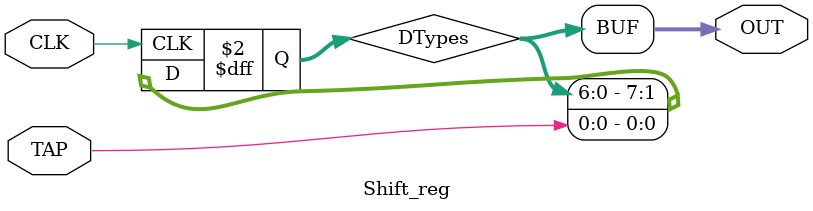
<source format=v>
`timescale 1ns / 1ps


module Shift_reg(
    CLK,    // Clock Signal
    TAP,    // Input value to LFSR
    OUT     // Current state of LFSR
    );
    
    // Make the length of the LFSR variable by making it a parameter.
    parameter REG_WIDTH = 8;
    
    input CLK;
    input TAP;
    // Output value length will be the input parameter.
    output [REG_WIDTH-1:0] OUT; 
    
    // Define register to hold current value of the LFSR.
    reg [REG_WIDTH-1:0] DTypes;
    
    // Define Synchronous logic to shift the LFSR with the input tap value
    always@(posedge CLK) begin
        DTypes <= {DTypes[REG_WIDTH-2:0], TAP};
    end
    
    // Use a continuous assignment to link the output to the current value of the LFSR.
    assign OUT = DTypes;
    
endmodule

</source>
